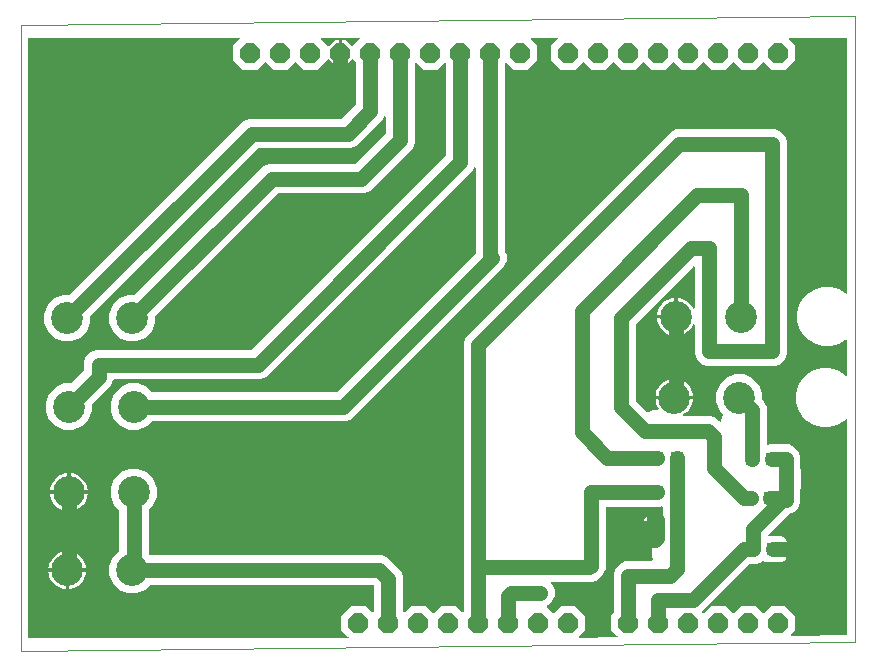
<source format=gbr>
G04 EAGLE Gerber RS-274X export*
G75*
%MOMM*%
%FSLAX34Y34*%
%LPD*%
%INBottom Copper*%
%IPPOS*%
%AMOC8*
5,1,8,0,0,1.08239X$1,22.5*%
G01*
%ADD10P,1.814519X8X22.500000*%
%ADD11R,1.000000X1.100000*%
%ADD12R,1.100000X1.000000*%
%ADD13C,2.700000*%
%ADD14C,1.270000*%
%ADD15C,0.000000*%

G36*
X270476Y12092D02*
X270476Y12092D01*
X270548Y12094D01*
X270597Y12112D01*
X270648Y12120D01*
X270712Y12154D01*
X270779Y12179D01*
X270820Y12211D01*
X270866Y12236D01*
X270915Y12288D01*
X270971Y12332D01*
X270999Y12376D01*
X271035Y12414D01*
X271065Y12479D01*
X271104Y12539D01*
X271117Y12590D01*
X271139Y12637D01*
X271146Y12708D01*
X271164Y12778D01*
X271160Y12830D01*
X271166Y12881D01*
X271150Y12952D01*
X271145Y13023D01*
X271125Y13071D01*
X271113Y13122D01*
X271077Y13183D01*
X271049Y13249D01*
X271004Y13305D01*
X270987Y13333D01*
X270969Y13348D01*
X270944Y13380D01*
X264921Y19403D01*
X264921Y31397D01*
X273403Y39879D01*
X285397Y39879D01*
X291054Y34222D01*
X291112Y34180D01*
X291164Y34131D01*
X291211Y34109D01*
X291253Y34079D01*
X291322Y34058D01*
X291387Y34027D01*
X291439Y34022D01*
X291489Y34006D01*
X291560Y34008D01*
X291631Y34000D01*
X291682Y34011D01*
X291734Y34013D01*
X291802Y34037D01*
X291872Y34053D01*
X291917Y34079D01*
X291965Y34097D01*
X292021Y34142D01*
X292083Y34179D01*
X292117Y34218D01*
X292157Y34251D01*
X292196Y34311D01*
X292243Y34366D01*
X292262Y34414D01*
X292290Y34458D01*
X292308Y34527D01*
X292335Y34594D01*
X292343Y34665D01*
X292351Y34696D01*
X292349Y34720D01*
X292353Y34761D01*
X292353Y56642D01*
X292350Y56662D01*
X292352Y56681D01*
X292330Y56783D01*
X292314Y56885D01*
X292304Y56902D01*
X292300Y56922D01*
X292247Y57011D01*
X292198Y57102D01*
X292184Y57116D01*
X292174Y57133D01*
X292095Y57200D01*
X292020Y57272D01*
X292002Y57280D01*
X291987Y57293D01*
X291891Y57332D01*
X291797Y57375D01*
X291777Y57377D01*
X291759Y57385D01*
X291592Y57403D01*
X103603Y57403D01*
X103512Y57389D01*
X103422Y57381D01*
X103392Y57369D01*
X103360Y57364D01*
X103279Y57321D01*
X103195Y57285D01*
X103163Y57259D01*
X103142Y57248D01*
X103120Y57225D01*
X103064Y57180D01*
X99121Y53237D01*
X91918Y50253D01*
X84122Y50253D01*
X76919Y53237D01*
X71407Y58749D01*
X68423Y65952D01*
X68423Y73748D01*
X71407Y80951D01*
X76620Y86164D01*
X76665Y86227D01*
X76692Y86255D01*
X76697Y86266D01*
X76733Y86308D01*
X76745Y86338D01*
X76764Y86364D01*
X76791Y86451D01*
X76825Y86536D01*
X76829Y86577D01*
X76836Y86599D01*
X76835Y86631D01*
X76843Y86703D01*
X76843Y120307D01*
X76829Y120398D01*
X76821Y120488D01*
X76809Y120518D01*
X76804Y120550D01*
X76761Y120631D01*
X76725Y120715D01*
X76699Y120747D01*
X76688Y120768D01*
X76665Y120790D01*
X76620Y120846D01*
X72677Y124789D01*
X69693Y131992D01*
X69693Y139788D01*
X72677Y146991D01*
X78189Y152503D01*
X85392Y155487D01*
X93188Y155487D01*
X100391Y152503D01*
X105903Y146991D01*
X108887Y139788D01*
X108887Y131992D01*
X105903Y124789D01*
X101960Y120846D01*
X101907Y120772D01*
X101847Y120702D01*
X101835Y120672D01*
X101816Y120646D01*
X101789Y120559D01*
X101755Y120474D01*
X101751Y120433D01*
X101744Y120411D01*
X101745Y120379D01*
X101737Y120307D01*
X101737Y84163D01*
X101751Y84072D01*
X101759Y83982D01*
X101771Y83952D01*
X101776Y83920D01*
X101819Y83839D01*
X101855Y83755D01*
X101881Y83723D01*
X101892Y83702D01*
X101915Y83680D01*
X101960Y83624D01*
X103064Y82520D01*
X103138Y82467D01*
X103208Y82407D01*
X103238Y82395D01*
X103264Y82376D01*
X103351Y82349D01*
X103436Y82315D01*
X103477Y82311D01*
X103499Y82304D01*
X103531Y82305D01*
X103603Y82297D01*
X299656Y82297D01*
X304231Y80402D01*
X315352Y69281D01*
X317247Y64706D01*
X317247Y34761D01*
X317258Y34690D01*
X317260Y34618D01*
X317278Y34569D01*
X317286Y34518D01*
X317320Y34454D01*
X317345Y34387D01*
X317377Y34346D01*
X317402Y34300D01*
X317454Y34251D01*
X317498Y34195D01*
X317542Y34167D01*
X317580Y34131D01*
X317645Y34101D01*
X317705Y34062D01*
X317756Y34049D01*
X317803Y34027D01*
X317874Y34020D01*
X317944Y34002D01*
X317996Y34006D01*
X318047Y34000D01*
X318118Y34016D01*
X318189Y34021D01*
X318237Y34041D01*
X318288Y34053D01*
X318349Y34089D01*
X318415Y34117D01*
X318471Y34162D01*
X318499Y34179D01*
X318514Y34197D01*
X318546Y34222D01*
X324203Y39879D01*
X336197Y39879D01*
X342362Y33714D01*
X342378Y33703D01*
X342390Y33687D01*
X342478Y33631D01*
X342561Y33571D01*
X342580Y33565D01*
X342597Y33554D01*
X342698Y33529D01*
X342797Y33498D01*
X342816Y33499D01*
X342836Y33494D01*
X342939Y33502D01*
X343042Y33505D01*
X343061Y33512D01*
X343081Y33513D01*
X343176Y33553D01*
X343273Y33589D01*
X343289Y33602D01*
X343307Y33609D01*
X343438Y33714D01*
X349603Y39879D01*
X361597Y39879D01*
X367254Y34222D01*
X367312Y34180D01*
X367364Y34131D01*
X367411Y34109D01*
X367453Y34079D01*
X367522Y34058D01*
X367587Y34027D01*
X367639Y34022D01*
X367689Y34006D01*
X367760Y34008D01*
X367831Y34000D01*
X367882Y34011D01*
X367934Y34013D01*
X368002Y34037D01*
X368072Y34053D01*
X368117Y34079D01*
X368165Y34097D01*
X368221Y34142D01*
X368283Y34179D01*
X368317Y34218D01*
X368357Y34251D01*
X368396Y34311D01*
X368443Y34366D01*
X368462Y34414D01*
X368490Y34458D01*
X368508Y34527D01*
X368535Y34594D01*
X368543Y34665D01*
X368551Y34696D01*
X368549Y34720D01*
X368553Y34761D01*
X368553Y262826D01*
X370448Y267401D01*
X544129Y441082D01*
X548704Y442977D01*
X632396Y442977D01*
X636971Y441082D01*
X640472Y437581D01*
X642367Y433006D01*
X642367Y252794D01*
X640472Y248219D01*
X636971Y244718D01*
X632396Y242823D01*
X574104Y242823D01*
X569529Y244718D01*
X566028Y248219D01*
X564133Y252794D01*
X564133Y277082D01*
X564118Y277178D01*
X564108Y277275D01*
X564098Y277299D01*
X564094Y277325D01*
X564048Y277411D01*
X564008Y277500D01*
X563991Y277519D01*
X563978Y277542D01*
X563908Y277609D01*
X563842Y277681D01*
X563819Y277694D01*
X563800Y277712D01*
X563712Y277753D01*
X563626Y277800D01*
X563601Y277804D01*
X563577Y277815D01*
X563480Y277826D01*
X563384Y277843D01*
X563358Y277839D01*
X563333Y277842D01*
X563237Y277822D01*
X563141Y277807D01*
X563118Y277796D01*
X563092Y277790D01*
X563008Y277740D01*
X562922Y277696D01*
X562903Y277677D01*
X562881Y277664D01*
X562818Y277590D01*
X562749Y277520D01*
X562734Y277492D01*
X562721Y277477D01*
X562709Y277446D01*
X562669Y277373D01*
X562667Y277370D01*
X561616Y275549D01*
X560336Y273881D01*
X558849Y272394D01*
X557181Y271114D01*
X555360Y270063D01*
X553417Y269258D01*
X551386Y268714D01*
X549773Y268501D01*
X549773Y283718D01*
X549770Y283738D01*
X549772Y283757D01*
X549750Y283859D01*
X549733Y283961D01*
X549724Y283978D01*
X549720Y283998D01*
X549667Y284087D01*
X549618Y284178D01*
X549604Y284192D01*
X549594Y284209D01*
X549515Y284276D01*
X549440Y284347D01*
X549422Y284356D01*
X549407Y284369D01*
X549311Y284407D01*
X549217Y284451D01*
X549197Y284453D01*
X549179Y284461D01*
X549012Y284479D01*
X548249Y284479D01*
X548249Y284481D01*
X549012Y284481D01*
X549032Y284484D01*
X549051Y284482D01*
X549153Y284504D01*
X549255Y284521D01*
X549272Y284530D01*
X549292Y284534D01*
X549381Y284587D01*
X549472Y284636D01*
X549486Y284650D01*
X549503Y284660D01*
X549570Y284739D01*
X549641Y284814D01*
X549650Y284832D01*
X549663Y284847D01*
X549702Y284943D01*
X549745Y285037D01*
X549747Y285057D01*
X549755Y285075D01*
X549773Y285242D01*
X549773Y300459D01*
X551386Y300246D01*
X553417Y299702D01*
X555360Y298897D01*
X557181Y297846D01*
X558849Y296566D01*
X560336Y295079D01*
X561616Y293411D01*
X562667Y291590D01*
X562669Y291587D01*
X562676Y291574D01*
X562692Y291547D01*
X562697Y291541D01*
X562720Y291504D01*
X562766Y291418D01*
X562784Y291400D01*
X562798Y291378D01*
X562873Y291316D01*
X562944Y291248D01*
X562968Y291237D01*
X562988Y291221D01*
X563078Y291186D01*
X563167Y291145D01*
X563193Y291142D01*
X563217Y291133D01*
X563315Y291128D01*
X563411Y291118D01*
X563437Y291123D01*
X563463Y291122D01*
X563556Y291149D01*
X563652Y291170D01*
X563674Y291183D01*
X563699Y291190D01*
X563779Y291246D01*
X563863Y291296D01*
X563880Y291316D01*
X563901Y291331D01*
X563960Y291409D01*
X564023Y291483D01*
X564033Y291507D01*
X564048Y291528D01*
X564078Y291621D01*
X564115Y291711D01*
X564118Y291743D01*
X564124Y291762D01*
X564124Y291795D01*
X564133Y291878D01*
X564133Y326253D01*
X564122Y326324D01*
X564120Y326396D01*
X564102Y326445D01*
X564094Y326496D01*
X564060Y326559D01*
X564035Y326627D01*
X564003Y326667D01*
X563978Y326713D01*
X563926Y326763D01*
X563882Y326819D01*
X563838Y326847D01*
X563800Y326883D01*
X563735Y326913D01*
X563675Y326952D01*
X563624Y326964D01*
X563577Y326986D01*
X563506Y326994D01*
X563436Y327012D01*
X563384Y327008D01*
X563333Y327013D01*
X563262Y326998D01*
X563191Y326993D01*
X563143Y326972D01*
X563092Y326961D01*
X563031Y326924D01*
X562965Y326896D01*
X562909Y326851D01*
X562881Y326835D01*
X562866Y326817D01*
X562834Y326791D01*
X514320Y278277D01*
X514275Y278215D01*
X514246Y278185D01*
X514241Y278174D01*
X514207Y278134D01*
X514195Y278104D01*
X514176Y278078D01*
X514149Y277991D01*
X514115Y277906D01*
X514111Y277865D01*
X514104Y277843D01*
X514105Y277810D01*
X514097Y277739D01*
X514097Y213751D01*
X514111Y213661D01*
X514119Y213570D01*
X514131Y213540D01*
X514136Y213508D01*
X514179Y213428D01*
X514215Y213344D01*
X514241Y213312D01*
X514252Y213291D01*
X514275Y213269D01*
X514320Y213213D01*
X523757Y203775D01*
X523773Y203764D01*
X523786Y203748D01*
X523873Y203692D01*
X523957Y203632D01*
X523976Y203626D01*
X523993Y203615D01*
X524093Y203590D01*
X524192Y203559D01*
X524212Y203560D01*
X524231Y203555D01*
X524334Y203563D01*
X524438Y203566D01*
X524457Y203572D01*
X524476Y203574D01*
X524572Y203614D01*
X524669Y203650D01*
X524684Y203663D01*
X524703Y203670D01*
X524834Y203775D01*
X525175Y204117D01*
X529096Y205741D01*
X533013Y205741D01*
X533035Y205744D01*
X533057Y205742D01*
X533156Y205764D01*
X533256Y205780D01*
X533275Y205791D01*
X533297Y205796D01*
X533384Y205848D01*
X533473Y205896D01*
X533488Y205912D01*
X533507Y205923D01*
X533573Y206000D01*
X533642Y206074D01*
X533652Y206094D01*
X533666Y206111D01*
X533703Y206205D01*
X533746Y206297D01*
X533748Y206319D01*
X533757Y206339D01*
X533762Y206441D01*
X533773Y206541D01*
X533768Y206563D01*
X533770Y206585D01*
X533742Y206682D01*
X533721Y206782D01*
X533710Y206801D01*
X533704Y206822D01*
X533617Y206966D01*
X533614Y206969D01*
X532563Y208790D01*
X531758Y210733D01*
X531214Y212764D01*
X531001Y214377D01*
X546218Y214377D01*
X546238Y214380D01*
X546257Y214378D01*
X546359Y214400D01*
X546461Y214417D01*
X546478Y214426D01*
X546498Y214430D01*
X546587Y214483D01*
X546678Y214532D01*
X546692Y214546D01*
X546709Y214556D01*
X546776Y214635D01*
X546847Y214710D01*
X546856Y214728D01*
X546869Y214743D01*
X546907Y214839D01*
X546951Y214933D01*
X546953Y214953D01*
X546961Y214971D01*
X546979Y215138D01*
X546979Y215901D01*
X546981Y215901D01*
X546981Y215138D01*
X546984Y215118D01*
X546982Y215099D01*
X547004Y214997D01*
X547021Y214895D01*
X547030Y214878D01*
X547034Y214858D01*
X547087Y214769D01*
X547136Y214678D01*
X547150Y214664D01*
X547160Y214647D01*
X547239Y214580D01*
X547314Y214509D01*
X547332Y214500D01*
X547347Y214487D01*
X547443Y214448D01*
X547537Y214405D01*
X547557Y214403D01*
X547575Y214395D01*
X547742Y214377D01*
X562959Y214377D01*
X562746Y212764D01*
X562202Y210733D01*
X561397Y208790D01*
X560346Y206969D01*
X559066Y205301D01*
X557579Y203814D01*
X555911Y202534D01*
X554687Y201827D01*
X554650Y201797D01*
X554607Y201774D01*
X554555Y201720D01*
X554496Y201671D01*
X554471Y201631D01*
X554438Y201596D01*
X554406Y201527D01*
X554366Y201463D01*
X554354Y201416D01*
X554334Y201373D01*
X554326Y201298D01*
X554308Y201224D01*
X554312Y201176D01*
X554307Y201129D01*
X554323Y201054D01*
X554330Y200979D01*
X554349Y200935D01*
X554359Y200888D01*
X554398Y200823D01*
X554429Y200754D01*
X554461Y200718D01*
X554486Y200677D01*
X554543Y200628D01*
X554594Y200572D01*
X554636Y200548D01*
X554672Y200517D01*
X554743Y200489D01*
X554809Y200452D01*
X554856Y200443D01*
X554901Y200425D01*
X555029Y200411D01*
X555051Y200407D01*
X555057Y200408D01*
X555067Y200407D01*
X577786Y200407D01*
X582361Y198512D01*
X585070Y195802D01*
X585151Y195744D01*
X585228Y195681D01*
X585250Y195673D01*
X585270Y195659D01*
X585365Y195630D01*
X585458Y195594D01*
X585482Y195593D01*
X585505Y195586D01*
X585604Y195589D01*
X585704Y195585D01*
X585727Y195592D01*
X585751Y195593D01*
X585844Y195627D01*
X585940Y195655D01*
X585959Y195669D01*
X585982Y195677D01*
X586059Y195739D01*
X586141Y195797D01*
X586155Y195816D01*
X586174Y195831D01*
X586228Y195915D01*
X586286Y195995D01*
X586297Y196023D01*
X586307Y196038D01*
X586315Y196070D01*
X586346Y196152D01*
X587037Y198851D01*
X588475Y200767D01*
X588516Y200846D01*
X588564Y200921D01*
X588572Y200955D01*
X588588Y200985D01*
X588602Y201073D01*
X588624Y201160D01*
X588621Y201194D01*
X588627Y201228D01*
X588612Y201316D01*
X588605Y201405D01*
X588591Y201437D01*
X588586Y201471D01*
X588544Y201549D01*
X588509Y201631D01*
X588481Y201666D01*
X588469Y201687D01*
X588446Y201709D01*
X588404Y201762D01*
X585367Y204799D01*
X582383Y212002D01*
X582383Y219798D01*
X585367Y227001D01*
X590879Y232513D01*
X598082Y235497D01*
X605878Y235497D01*
X613081Y232513D01*
X618593Y227001D01*
X621577Y219798D01*
X621577Y214221D01*
X621591Y214131D01*
X621599Y214040D01*
X621611Y214010D01*
X621616Y213978D01*
X621659Y213898D01*
X621695Y213814D01*
X621721Y213782D01*
X621732Y213761D01*
X621755Y213739D01*
X621800Y213683D01*
X623082Y212401D01*
X624977Y207826D01*
X624977Y176555D01*
X624984Y176510D01*
X624982Y176464D01*
X625004Y176389D01*
X625016Y176313D01*
X625038Y176272D01*
X625051Y176228D01*
X625095Y176164D01*
X625132Y176095D01*
X625165Y176064D01*
X625191Y176026D01*
X625253Y175980D01*
X625310Y175926D01*
X625352Y175907D01*
X625388Y175879D01*
X625462Y175855D01*
X625533Y175822D01*
X625579Y175817D01*
X625622Y175803D01*
X625700Y175804D01*
X625777Y175795D01*
X625822Y175805D01*
X625868Y175805D01*
X625999Y175844D01*
X626018Y175848D01*
X626022Y175850D01*
X626029Y175852D01*
X627054Y176277D01*
X643626Y176277D01*
X648201Y174382D01*
X651702Y170881D01*
X653597Y166306D01*
X653597Y156081D01*
X653607Y156017D01*
X653608Y155951D01*
X653631Y155871D01*
X653636Y155838D01*
X653646Y155821D01*
X653655Y155790D01*
X653864Y155284D01*
X653864Y139356D01*
X653655Y138850D01*
X653640Y138786D01*
X653615Y138725D01*
X653606Y138643D01*
X653599Y138611D01*
X653600Y138591D01*
X653597Y138559D01*
X653597Y127064D01*
X651702Y122489D01*
X648201Y118988D01*
X644004Y117250D01*
X643949Y117215D01*
X643888Y117190D01*
X643824Y117138D01*
X643795Y117121D01*
X643783Y117105D01*
X643757Y117085D01*
X626699Y100026D01*
X626657Y99968D01*
X626607Y99916D01*
X626585Y99869D01*
X626555Y99827D01*
X626534Y99758D01*
X626504Y99693D01*
X626498Y99641D01*
X626483Y99591D01*
X626485Y99520D01*
X626477Y99449D01*
X626488Y99398D01*
X626489Y99346D01*
X626514Y99278D01*
X626529Y99208D01*
X626556Y99164D01*
X626574Y99115D01*
X626618Y99059D01*
X626655Y98997D01*
X626695Y98963D01*
X626727Y98923D01*
X626788Y98884D01*
X626842Y98837D01*
X626890Y98818D01*
X626934Y98790D01*
X627004Y98772D01*
X627070Y98745D01*
X627142Y98737D01*
X627173Y98729D01*
X627196Y98731D01*
X627237Y98727D01*
X637513Y98727D01*
X639754Y97799D01*
X641469Y96084D01*
X642397Y93843D01*
X642397Y81417D01*
X641469Y79176D01*
X639754Y77461D01*
X637513Y76533D01*
X624087Y76533D01*
X621883Y77446D01*
X621769Y77473D01*
X621656Y77501D01*
X621650Y77501D01*
X621644Y77502D01*
X621527Y77491D01*
X621411Y77482D01*
X621405Y77480D01*
X621399Y77479D01*
X621292Y77432D01*
X621185Y77386D01*
X621179Y77381D01*
X621174Y77379D01*
X621160Y77367D01*
X621054Y77281D01*
X620851Y77078D01*
X616276Y75183D01*
X611261Y75183D01*
X611171Y75169D01*
X611080Y75161D01*
X611050Y75149D01*
X611018Y75144D01*
X610937Y75101D01*
X610854Y75065D01*
X610821Y75039D01*
X610801Y75028D01*
X610779Y75005D01*
X610723Y74960D01*
X573269Y37507D01*
X573269Y37506D01*
X570757Y34995D01*
X570746Y34979D01*
X570730Y34966D01*
X570674Y34879D01*
X570614Y34795D01*
X570608Y34776D01*
X570597Y34760D01*
X570572Y34659D01*
X570542Y34560D01*
X570542Y34540D01*
X570537Y34521D01*
X570545Y34418D01*
X570548Y34314D01*
X570555Y34296D01*
X570556Y34276D01*
X570597Y34181D01*
X570632Y34083D01*
X570645Y34068D01*
X570653Y34050D01*
X570757Y33919D01*
X570962Y33714D01*
X570978Y33703D01*
X570990Y33687D01*
X571078Y33631D01*
X571161Y33571D01*
X571180Y33565D01*
X571197Y33554D01*
X571298Y33529D01*
X571397Y33498D01*
X571416Y33499D01*
X571436Y33494D01*
X571539Y33502D01*
X571642Y33505D01*
X571661Y33512D01*
X571681Y33513D01*
X571776Y33553D01*
X571873Y33589D01*
X571889Y33602D01*
X571907Y33609D01*
X572038Y33714D01*
X578203Y39879D01*
X590197Y39879D01*
X596362Y33714D01*
X596378Y33703D01*
X596390Y33687D01*
X596478Y33631D01*
X596561Y33571D01*
X596580Y33565D01*
X596597Y33554D01*
X596698Y33529D01*
X596797Y33498D01*
X596816Y33499D01*
X596836Y33494D01*
X596939Y33502D01*
X597042Y33505D01*
X597061Y33512D01*
X597081Y33513D01*
X597176Y33554D01*
X597273Y33589D01*
X597289Y33602D01*
X597307Y33609D01*
X597438Y33714D01*
X603603Y39879D01*
X615597Y39879D01*
X621762Y33714D01*
X621778Y33703D01*
X621790Y33687D01*
X621878Y33631D01*
X621961Y33571D01*
X621980Y33565D01*
X621997Y33554D01*
X622098Y33529D01*
X622197Y33498D01*
X622216Y33499D01*
X622236Y33494D01*
X622339Y33502D01*
X622442Y33505D01*
X622461Y33512D01*
X622481Y33513D01*
X622576Y33554D01*
X622673Y33589D01*
X622689Y33602D01*
X622707Y33609D01*
X622838Y33714D01*
X629003Y39879D01*
X640997Y39879D01*
X649479Y31397D01*
X649479Y19403D01*
X645788Y15712D01*
X645744Y15650D01*
X645692Y15595D01*
X645672Y15551D01*
X645644Y15512D01*
X645622Y15440D01*
X645591Y15371D01*
X645586Y15323D01*
X645572Y15277D01*
X645574Y15201D01*
X645566Y15126D01*
X645577Y15079D01*
X645578Y15031D01*
X645604Y14960D01*
X645621Y14886D01*
X645646Y14845D01*
X645663Y14800D01*
X645710Y14741D01*
X645750Y14676D01*
X645787Y14646D01*
X645817Y14608D01*
X645880Y14567D01*
X645938Y14519D01*
X645983Y14501D01*
X646023Y14475D01*
X646097Y14457D01*
X646168Y14429D01*
X646232Y14423D01*
X646262Y14415D01*
X646288Y14417D01*
X646334Y14412D01*
X692720Y14913D01*
X692736Y14916D01*
X692751Y14914D01*
X692857Y14937D01*
X692963Y14955D01*
X692976Y14963D01*
X692992Y14966D01*
X693084Y15022D01*
X693179Y15073D01*
X693189Y15084D01*
X693203Y15093D01*
X693273Y15174D01*
X693346Y15253D01*
X693353Y15267D01*
X693363Y15279D01*
X693403Y15380D01*
X693447Y15477D01*
X693449Y15493D01*
X693455Y15508D01*
X693473Y15674D01*
X693473Y196973D01*
X693462Y197044D01*
X693460Y197115D01*
X693442Y197164D01*
X693434Y197216D01*
X693400Y197279D01*
X693375Y197346D01*
X693343Y197387D01*
X693318Y197433D01*
X693266Y197482D01*
X693222Y197538D01*
X693178Y197566D01*
X693140Y197602D01*
X693075Y197632D01*
X693015Y197671D01*
X692964Y197684D01*
X692917Y197706D01*
X692846Y197714D01*
X692776Y197731D01*
X692724Y197727D01*
X692673Y197733D01*
X692602Y197718D01*
X692531Y197712D01*
X692483Y197692D01*
X692432Y197681D01*
X692371Y197644D01*
X692305Y197616D01*
X692249Y197571D01*
X692221Y197555D01*
X692206Y197537D01*
X692174Y197511D01*
X690429Y195766D01*
X684692Y192454D01*
X678292Y190739D01*
X671668Y190739D01*
X665268Y192454D01*
X659531Y195766D01*
X654846Y200451D01*
X651534Y206188D01*
X649819Y212588D01*
X649819Y219212D01*
X651534Y225612D01*
X654846Y231349D01*
X659531Y236034D01*
X665268Y239346D01*
X671668Y241061D01*
X678292Y241061D01*
X684692Y239346D01*
X690429Y236034D01*
X692174Y234289D01*
X692232Y234247D01*
X692284Y234198D01*
X692331Y234176D01*
X692373Y234145D01*
X692442Y234124D01*
X692507Y234094D01*
X692559Y234088D01*
X692609Y234073D01*
X692680Y234075D01*
X692751Y234067D01*
X692802Y234078D01*
X692854Y234079D01*
X692922Y234104D01*
X692992Y234119D01*
X693037Y234146D01*
X693085Y234164D01*
X693141Y234209D01*
X693203Y234245D01*
X693237Y234285D01*
X693277Y234318D01*
X693316Y234378D01*
X693363Y234432D01*
X693382Y234481D01*
X693410Y234524D01*
X693428Y234594D01*
X693455Y234660D01*
X693463Y234732D01*
X693471Y234763D01*
X693469Y234786D01*
X693473Y234827D01*
X693473Y264283D01*
X693462Y264354D01*
X693460Y264425D01*
X693442Y264474D01*
X693434Y264526D01*
X693400Y264589D01*
X693375Y264656D01*
X693343Y264697D01*
X693318Y264743D01*
X693266Y264792D01*
X693222Y264848D01*
X693178Y264876D01*
X693140Y264912D01*
X693075Y264943D01*
X693015Y264981D01*
X692964Y264994D01*
X692917Y265016D01*
X692846Y265024D01*
X692776Y265041D01*
X692724Y265037D01*
X692673Y265043D01*
X692602Y265028D01*
X692531Y265022D01*
X692483Y265002D01*
X692432Y264991D01*
X692371Y264954D01*
X692305Y264926D01*
X692249Y264881D01*
X692221Y264865D01*
X692206Y264847D01*
X692174Y264821D01*
X691699Y264346D01*
X685962Y261034D01*
X679562Y259319D01*
X672938Y259319D01*
X666538Y261034D01*
X660801Y264346D01*
X656116Y269031D01*
X652804Y274768D01*
X651089Y281168D01*
X651089Y287792D01*
X652804Y294192D01*
X656116Y299929D01*
X660801Y304614D01*
X666538Y307926D01*
X672938Y309641D01*
X679562Y309641D01*
X685962Y307926D01*
X691699Y304614D01*
X692174Y304139D01*
X692232Y304097D01*
X692284Y304048D01*
X692331Y304026D01*
X692373Y303995D01*
X692442Y303974D01*
X692507Y303944D01*
X692559Y303938D01*
X692609Y303923D01*
X692680Y303925D01*
X692751Y303917D01*
X692802Y303928D01*
X692854Y303929D01*
X692922Y303954D01*
X692992Y303969D01*
X693037Y303996D01*
X693085Y304014D01*
X693141Y304059D01*
X693203Y304095D01*
X693237Y304135D01*
X693277Y304168D01*
X693316Y304228D01*
X693363Y304282D01*
X693382Y304331D01*
X693410Y304374D01*
X693428Y304444D01*
X693455Y304510D01*
X693463Y304582D01*
X693471Y304613D01*
X693469Y304636D01*
X693473Y304677D01*
X693473Y519798D01*
X693470Y519818D01*
X693472Y519837D01*
X693450Y519939D01*
X693434Y520041D01*
X693424Y520058D01*
X693420Y520078D01*
X693367Y520167D01*
X693318Y520258D01*
X693304Y520272D01*
X693294Y520289D01*
X693215Y520356D01*
X693140Y520428D01*
X693122Y520436D01*
X693107Y520449D01*
X693011Y520488D01*
X692917Y520531D01*
X692897Y520533D01*
X692879Y520541D01*
X692712Y520559D01*
X644755Y520559D01*
X644684Y520548D01*
X644612Y520546D01*
X644563Y520528D01*
X644512Y520520D01*
X644448Y520486D01*
X644381Y520461D01*
X644340Y520429D01*
X644294Y520404D01*
X644245Y520352D01*
X644189Y520308D01*
X644161Y520264D01*
X644125Y520226D01*
X644095Y520161D01*
X644056Y520101D01*
X644043Y520050D01*
X644021Y520003D01*
X644014Y519932D01*
X643996Y519862D01*
X644000Y519810D01*
X643994Y519759D01*
X644010Y519688D01*
X644015Y519617D01*
X644035Y519569D01*
X644047Y519518D01*
X644083Y519457D01*
X644111Y519391D01*
X644156Y519335D01*
X644173Y519307D01*
X644191Y519292D01*
X644216Y519260D01*
X649479Y513997D01*
X649479Y502003D01*
X640997Y493521D01*
X629003Y493521D01*
X622838Y499686D01*
X622822Y499697D01*
X622810Y499713D01*
X622722Y499769D01*
X622639Y499829D01*
X622620Y499835D01*
X622603Y499846D01*
X622502Y499871D01*
X622403Y499902D01*
X622384Y499901D01*
X622364Y499906D01*
X622261Y499898D01*
X622158Y499895D01*
X622139Y499888D01*
X622119Y499887D01*
X622024Y499847D01*
X621927Y499811D01*
X621911Y499798D01*
X621893Y499791D01*
X621762Y499686D01*
X615597Y493521D01*
X603603Y493521D01*
X597438Y499686D01*
X597422Y499697D01*
X597410Y499713D01*
X597322Y499769D01*
X597239Y499829D01*
X597220Y499835D01*
X597203Y499846D01*
X597102Y499871D01*
X597003Y499902D01*
X596984Y499901D01*
X596964Y499906D01*
X596861Y499898D01*
X596758Y499895D01*
X596739Y499888D01*
X596719Y499887D01*
X596624Y499847D01*
X596527Y499811D01*
X596511Y499798D01*
X596493Y499791D01*
X596362Y499686D01*
X590197Y493521D01*
X578203Y493521D01*
X572038Y499686D01*
X572022Y499697D01*
X572010Y499713D01*
X571922Y499769D01*
X571839Y499829D01*
X571820Y499835D01*
X571803Y499846D01*
X571702Y499871D01*
X571603Y499902D01*
X571584Y499901D01*
X571564Y499906D01*
X571461Y499898D01*
X571358Y499895D01*
X571339Y499888D01*
X571319Y499887D01*
X571224Y499847D01*
X571127Y499811D01*
X571111Y499798D01*
X571093Y499791D01*
X570962Y499686D01*
X564797Y493521D01*
X552803Y493521D01*
X546638Y499686D01*
X546622Y499697D01*
X546610Y499713D01*
X546522Y499769D01*
X546439Y499829D01*
X546420Y499835D01*
X546403Y499846D01*
X546302Y499871D01*
X546203Y499902D01*
X546184Y499901D01*
X546164Y499906D01*
X546061Y499898D01*
X545958Y499895D01*
X545939Y499888D01*
X545919Y499887D01*
X545824Y499847D01*
X545727Y499811D01*
X545711Y499798D01*
X545693Y499791D01*
X545562Y499686D01*
X539397Y493521D01*
X527403Y493521D01*
X521238Y499686D01*
X521222Y499697D01*
X521210Y499713D01*
X521122Y499769D01*
X521039Y499829D01*
X521020Y499835D01*
X521003Y499846D01*
X520902Y499871D01*
X520803Y499902D01*
X520784Y499901D01*
X520764Y499906D01*
X520661Y499898D01*
X520558Y499895D01*
X520539Y499888D01*
X520519Y499887D01*
X520424Y499846D01*
X520327Y499811D01*
X520311Y499798D01*
X520293Y499791D01*
X520162Y499686D01*
X513997Y493521D01*
X502003Y493521D01*
X495838Y499686D01*
X495822Y499697D01*
X495810Y499713D01*
X495722Y499769D01*
X495639Y499829D01*
X495620Y499835D01*
X495603Y499846D01*
X495502Y499871D01*
X495403Y499902D01*
X495384Y499901D01*
X495364Y499906D01*
X495261Y499898D01*
X495158Y499895D01*
X495139Y499888D01*
X495119Y499887D01*
X495024Y499846D01*
X494927Y499811D01*
X494911Y499798D01*
X494893Y499791D01*
X494762Y499686D01*
X488597Y493521D01*
X476603Y493521D01*
X470438Y499686D01*
X470422Y499697D01*
X470410Y499713D01*
X470322Y499769D01*
X470239Y499829D01*
X470220Y499835D01*
X470203Y499846D01*
X470102Y499871D01*
X470003Y499902D01*
X469984Y499901D01*
X469964Y499906D01*
X469861Y499898D01*
X469758Y499895D01*
X469739Y499888D01*
X469719Y499887D01*
X469624Y499846D01*
X469527Y499811D01*
X469511Y499798D01*
X469493Y499791D01*
X469362Y499686D01*
X463197Y493521D01*
X451203Y493521D01*
X442721Y502003D01*
X442721Y513997D01*
X447984Y519260D01*
X448026Y519318D01*
X448075Y519370D01*
X448097Y519417D01*
X448127Y519459D01*
X448148Y519528D01*
X448179Y519593D01*
X448184Y519645D01*
X448200Y519695D01*
X448198Y519766D01*
X448206Y519837D01*
X448195Y519888D01*
X448193Y519940D01*
X448169Y520008D01*
X448153Y520078D01*
X448127Y520123D01*
X448109Y520171D01*
X448064Y520227D01*
X448027Y520289D01*
X447988Y520323D01*
X447955Y520363D01*
X447895Y520402D01*
X447840Y520449D01*
X447792Y520468D01*
X447748Y520496D01*
X447679Y520514D01*
X447612Y520541D01*
X447541Y520549D01*
X447510Y520557D01*
X447486Y520555D01*
X447445Y520559D01*
X426315Y520559D01*
X426244Y520548D01*
X426172Y520546D01*
X426123Y520528D01*
X426072Y520520D01*
X426008Y520486D01*
X425941Y520461D01*
X425900Y520429D01*
X425854Y520404D01*
X425805Y520352D01*
X425749Y520308D01*
X425721Y520264D01*
X425685Y520226D01*
X425655Y520161D01*
X425616Y520101D01*
X425603Y520050D01*
X425581Y520003D01*
X425574Y519932D01*
X425556Y519862D01*
X425560Y519810D01*
X425554Y519759D01*
X425570Y519688D01*
X425575Y519617D01*
X425595Y519569D01*
X425607Y519518D01*
X425643Y519457D01*
X425671Y519391D01*
X425716Y519335D01*
X425733Y519307D01*
X425751Y519292D01*
X425776Y519260D01*
X431039Y513997D01*
X431039Y502003D01*
X422557Y493521D01*
X410563Y493521D01*
X404906Y499178D01*
X404848Y499220D01*
X404796Y499269D01*
X404749Y499291D01*
X404707Y499321D01*
X404638Y499342D01*
X404573Y499373D01*
X404521Y499378D01*
X404471Y499394D01*
X404400Y499392D01*
X404329Y499400D01*
X404278Y499389D01*
X404226Y499387D01*
X404158Y499363D01*
X404088Y499347D01*
X404043Y499321D01*
X403995Y499303D01*
X403939Y499258D01*
X403877Y499221D01*
X403843Y499182D01*
X403803Y499149D01*
X403764Y499089D01*
X403717Y499034D01*
X403698Y498986D01*
X403670Y498942D01*
X403652Y498873D01*
X403625Y498806D01*
X403617Y498735D01*
X403609Y498704D01*
X403611Y498680D01*
X403607Y498639D01*
X403607Y339703D01*
X403617Y339639D01*
X403618Y339573D01*
X403641Y339493D01*
X403646Y339461D01*
X403656Y339443D01*
X403665Y339412D01*
X404877Y336486D01*
X404877Y331534D01*
X402982Y326959D01*
X273751Y197728D01*
X269176Y195833D01*
X104873Y195833D01*
X104782Y195819D01*
X104692Y195811D01*
X104662Y195799D01*
X104630Y195794D01*
X104549Y195751D01*
X104465Y195715D01*
X104433Y195689D01*
X104412Y195678D01*
X104390Y195655D01*
X104334Y195610D01*
X100391Y191667D01*
X93188Y188683D01*
X85392Y188683D01*
X78189Y191667D01*
X72677Y197179D01*
X69693Y204382D01*
X69693Y212178D01*
X72677Y219381D01*
X78189Y224893D01*
X85392Y227877D01*
X93188Y227877D01*
X100391Y224893D01*
X104334Y220950D01*
X104408Y220897D01*
X104478Y220837D01*
X104508Y220825D01*
X104534Y220806D01*
X104621Y220779D01*
X104706Y220745D01*
X104747Y220741D01*
X104769Y220734D01*
X104801Y220735D01*
X104873Y220727D01*
X261229Y220727D01*
X261319Y220741D01*
X261410Y220749D01*
X261440Y220761D01*
X261472Y220766D01*
X261552Y220809D01*
X261636Y220845D01*
X261668Y220871D01*
X261689Y220882D01*
X261711Y220905D01*
X261767Y220950D01*
X378490Y337673D01*
X378543Y337747D01*
X378603Y337816D01*
X378615Y337846D01*
X378634Y337872D01*
X378661Y337959D01*
X378695Y338044D01*
X378699Y338085D01*
X378706Y338107D01*
X378705Y338140D01*
X378713Y338211D01*
X378713Y410210D01*
X378698Y410306D01*
X378688Y410403D01*
X378678Y410427D01*
X378674Y410453D01*
X378628Y410539D01*
X378588Y410628D01*
X378571Y410647D01*
X378558Y410670D01*
X378488Y410737D01*
X378422Y410809D01*
X378399Y410821D01*
X378380Y410840D01*
X378292Y410881D01*
X378206Y410927D01*
X378181Y410932D01*
X378157Y410943D01*
X378060Y410954D01*
X377964Y410971D01*
X377938Y410967D01*
X377913Y410970D01*
X377817Y410950D01*
X377721Y410935D01*
X377698Y410924D01*
X377672Y410918D01*
X377589Y410868D01*
X377502Y410824D01*
X377483Y410805D01*
X377461Y410792D01*
X377398Y410718D01*
X377330Y410648D01*
X377314Y410620D01*
X377301Y410605D01*
X377289Y410574D01*
X377249Y410501D01*
X376312Y408239D01*
X201361Y233288D01*
X196786Y231393D01*
X72724Y231393D01*
X72609Y231374D01*
X72493Y231357D01*
X72487Y231355D01*
X72481Y231354D01*
X72378Y231299D01*
X72274Y231246D01*
X72269Y231241D01*
X72264Y231238D01*
X72184Y231154D01*
X72101Y231070D01*
X72098Y231064D01*
X72094Y231060D01*
X72086Y231043D01*
X72020Y230923D01*
X70242Y226629D01*
X66633Y223021D01*
X54110Y210497D01*
X54057Y210423D01*
X53997Y210354D01*
X53985Y210324D01*
X53966Y210298D01*
X53939Y210211D01*
X53905Y210126D01*
X53901Y210085D01*
X53894Y210063D01*
X53895Y210030D01*
X53887Y209959D01*
X53887Y204382D01*
X50903Y197179D01*
X45391Y191667D01*
X38188Y188683D01*
X30392Y188683D01*
X23189Y191667D01*
X17677Y197179D01*
X14693Y204382D01*
X14693Y212178D01*
X17677Y219381D01*
X23189Y224893D01*
X30392Y227877D01*
X35969Y227877D01*
X36059Y227891D01*
X36150Y227899D01*
X36180Y227911D01*
X36212Y227916D01*
X36293Y227959D01*
X36376Y227995D01*
X36409Y228021D01*
X36429Y228032D01*
X36451Y228055D01*
X36507Y228100D01*
X47020Y238613D01*
X47073Y238687D01*
X47133Y238756D01*
X47145Y238786D01*
X47164Y238812D01*
X47191Y238899D01*
X47225Y238984D01*
X47229Y239025D01*
X47236Y239047D01*
X47235Y239080D01*
X47243Y239151D01*
X47243Y246316D01*
X49138Y250891D01*
X52639Y254392D01*
X57214Y256287D01*
X188839Y256287D01*
X188929Y256301D01*
X189020Y256309D01*
X189050Y256321D01*
X189082Y256326D01*
X189162Y256369D01*
X189246Y256405D01*
X189278Y256431D01*
X189299Y256442D01*
X189321Y256465D01*
X189377Y256510D01*
X353090Y420223D01*
X353143Y420297D01*
X353203Y420366D01*
X353215Y420396D01*
X353234Y420422D01*
X353261Y420509D01*
X353295Y420594D01*
X353299Y420635D01*
X353306Y420657D01*
X353305Y420690D01*
X353313Y420761D01*
X353313Y498639D01*
X353302Y498710D01*
X353300Y498782D01*
X353282Y498831D01*
X353274Y498882D01*
X353240Y498946D01*
X353215Y499013D01*
X353183Y499054D01*
X353158Y499100D01*
X353106Y499149D01*
X353062Y499205D01*
X353018Y499233D01*
X352980Y499269D01*
X352915Y499299D01*
X352855Y499338D01*
X352804Y499351D01*
X352757Y499373D01*
X352686Y499380D01*
X352616Y499398D01*
X352564Y499394D01*
X352513Y499400D01*
X352442Y499384D01*
X352371Y499379D01*
X352323Y499359D01*
X352272Y499347D01*
X352211Y499311D01*
X352145Y499283D01*
X352089Y499238D01*
X352061Y499221D01*
X352046Y499203D01*
X352014Y499178D01*
X346357Y493521D01*
X334363Y493521D01*
X328706Y499178D01*
X328648Y499220D01*
X328596Y499269D01*
X328549Y499291D01*
X328507Y499321D01*
X328438Y499342D01*
X328373Y499373D01*
X328321Y499378D01*
X328271Y499394D01*
X328200Y499392D01*
X328129Y499400D01*
X328078Y499389D01*
X328026Y499387D01*
X327958Y499363D01*
X327888Y499347D01*
X327843Y499321D01*
X327795Y499303D01*
X327739Y499258D01*
X327677Y499221D01*
X327643Y499182D01*
X327603Y499149D01*
X327564Y499089D01*
X327517Y499034D01*
X327498Y498986D01*
X327470Y498942D01*
X327452Y498873D01*
X327425Y498806D01*
X327417Y498735D01*
X327409Y498704D01*
X327411Y498680D01*
X327407Y498639D01*
X327407Y431864D01*
X325512Y427289D01*
X288991Y390768D01*
X284416Y388873D01*
X211601Y388873D01*
X211511Y388859D01*
X211420Y388851D01*
X211390Y388839D01*
X211358Y388834D01*
X211278Y388791D01*
X211194Y388755D01*
X211162Y388729D01*
X211141Y388718D01*
X211119Y388695D01*
X211063Y388650D01*
X107840Y285427D01*
X107787Y285353D01*
X107727Y285284D01*
X107715Y285254D01*
X107696Y285228D01*
X107669Y285141D01*
X107635Y285056D01*
X107631Y285015D01*
X107624Y284993D01*
X107625Y284960D01*
X107617Y284889D01*
X107617Y279312D01*
X104633Y272109D01*
X99121Y266597D01*
X91918Y263613D01*
X84122Y263613D01*
X76919Y266597D01*
X71407Y272109D01*
X68423Y279312D01*
X68423Y287108D01*
X71407Y294311D01*
X76919Y299823D01*
X84122Y302807D01*
X89699Y302807D01*
X89789Y302821D01*
X89880Y302829D01*
X89910Y302841D01*
X89942Y302846D01*
X90023Y302889D01*
X90106Y302925D01*
X90139Y302951D01*
X90159Y302962D01*
X90181Y302985D01*
X90237Y303030D01*
X195471Y408263D01*
X199079Y411872D01*
X203654Y413767D01*
X276469Y413767D01*
X276559Y413781D01*
X276650Y413789D01*
X276680Y413801D01*
X276712Y413806D01*
X276792Y413849D01*
X276876Y413885D01*
X276908Y413911D01*
X276929Y413922D01*
X276951Y413945D01*
X277007Y413990D01*
X302290Y439273D01*
X302343Y439347D01*
X302403Y439416D01*
X302415Y439446D01*
X302434Y439472D01*
X302461Y439559D01*
X302495Y439644D01*
X302499Y439685D01*
X302506Y439707D01*
X302505Y439740D01*
X302513Y439811D01*
X302513Y453390D01*
X302498Y453486D01*
X302488Y453583D01*
X302478Y453607D01*
X302474Y453633D01*
X302428Y453719D01*
X302388Y453808D01*
X302371Y453827D01*
X302358Y453850D01*
X302288Y453917D01*
X302222Y453989D01*
X302199Y454002D01*
X302180Y454020D01*
X302092Y454061D01*
X302006Y454108D01*
X301981Y454112D01*
X301957Y454123D01*
X301860Y454134D01*
X301764Y454151D01*
X301738Y454147D01*
X301713Y454150D01*
X301617Y454130D01*
X301521Y454115D01*
X301498Y454104D01*
X301472Y454098D01*
X301389Y454048D01*
X301302Y454004D01*
X301283Y453985D01*
X301261Y453972D01*
X301198Y453898D01*
X301130Y453828D01*
X301114Y453800D01*
X301101Y453785D01*
X301089Y453754D01*
X301049Y453681D01*
X300112Y451419D01*
X277561Y428868D01*
X272986Y426973D01*
X194701Y426973D01*
X194611Y426959D01*
X194520Y426951D01*
X194490Y426939D01*
X194458Y426934D01*
X194378Y426891D01*
X194294Y426855D01*
X194262Y426829D01*
X194241Y426818D01*
X194231Y426808D01*
X194230Y426807D01*
X194216Y426793D01*
X194163Y426750D01*
X52840Y285427D01*
X52787Y285353D01*
X52727Y285284D01*
X52715Y285254D01*
X52696Y285228D01*
X52669Y285141D01*
X52635Y285056D01*
X52631Y285015D01*
X52624Y284993D01*
X52625Y284960D01*
X52617Y284889D01*
X52617Y279312D01*
X49633Y272109D01*
X44121Y266597D01*
X36918Y263613D01*
X29122Y263613D01*
X21919Y266597D01*
X16407Y272109D01*
X13423Y279312D01*
X13423Y287108D01*
X16407Y294311D01*
X21919Y299823D01*
X29122Y302807D01*
X34699Y302807D01*
X34789Y302821D01*
X34880Y302829D01*
X34910Y302841D01*
X34942Y302846D01*
X35023Y302889D01*
X35106Y302925D01*
X35139Y302951D01*
X35159Y302962D01*
X35181Y302985D01*
X35237Y303030D01*
X178571Y446363D01*
X182179Y449972D01*
X186754Y451867D01*
X265039Y451867D01*
X265129Y451881D01*
X265220Y451889D01*
X265250Y451901D01*
X265282Y451906D01*
X265362Y451949D01*
X265446Y451985D01*
X265478Y452011D01*
X265499Y452022D01*
X265521Y452045D01*
X265577Y452090D01*
X276890Y463403D01*
X276943Y463477D01*
X277003Y463546D01*
X277015Y463576D01*
X277034Y463602D01*
X277061Y463689D01*
X277095Y463774D01*
X277099Y463815D01*
X277106Y463837D01*
X277105Y463870D01*
X277113Y463941D01*
X277113Y499655D01*
X277099Y499745D01*
X277091Y499836D01*
X277079Y499866D01*
X277074Y499898D01*
X277031Y499979D01*
X276995Y500063D01*
X276969Y500095D01*
X276958Y500116D01*
X276935Y500138D01*
X276890Y500194D01*
X274884Y502200D01*
X274868Y502212D01*
X274855Y502227D01*
X274768Y502283D01*
X274684Y502344D01*
X274665Y502350D01*
X274648Y502360D01*
X274548Y502386D01*
X274449Y502416D01*
X274429Y502416D01*
X274410Y502420D01*
X274307Y502412D01*
X274203Y502410D01*
X274184Y502403D01*
X274165Y502401D01*
X274070Y502361D01*
X273972Y502325D01*
X273956Y502313D01*
X273938Y502305D01*
X273807Y502200D01*
X268684Y497077D01*
X265683Y497077D01*
X265683Y507238D01*
X265680Y507258D01*
X265682Y507277D01*
X265660Y507379D01*
X265643Y507481D01*
X265634Y507498D01*
X265630Y507518D01*
X265577Y507607D01*
X265528Y507698D01*
X265514Y507712D01*
X265504Y507729D01*
X265425Y507796D01*
X265350Y507867D01*
X265332Y507876D01*
X265317Y507889D01*
X265221Y507927D01*
X265127Y507971D01*
X265107Y507973D01*
X265089Y507981D01*
X264922Y507999D01*
X263398Y507999D01*
X263378Y507996D01*
X263359Y507998D01*
X263257Y507976D01*
X263155Y507959D01*
X263138Y507950D01*
X263118Y507946D01*
X263029Y507893D01*
X262938Y507844D01*
X262924Y507830D01*
X262907Y507820D01*
X262840Y507741D01*
X262769Y507666D01*
X262760Y507648D01*
X262747Y507633D01*
X262708Y507537D01*
X262665Y507443D01*
X262663Y507423D01*
X262655Y507405D01*
X262637Y507238D01*
X262637Y497077D01*
X259636Y497077D01*
X254513Y502200D01*
X254497Y502212D01*
X254484Y502227D01*
X254397Y502284D01*
X254313Y502344D01*
X254294Y502350D01*
X254277Y502360D01*
X254177Y502386D01*
X254078Y502416D01*
X254058Y502416D01*
X254039Y502420D01*
X253936Y502412D01*
X253832Y502410D01*
X253813Y502403D01*
X253793Y502401D01*
X253699Y502361D01*
X253601Y502325D01*
X253585Y502313D01*
X253567Y502305D01*
X253436Y502200D01*
X244757Y493521D01*
X232763Y493521D01*
X226598Y499686D01*
X226582Y499697D01*
X226570Y499713D01*
X226482Y499769D01*
X226399Y499829D01*
X226380Y499835D01*
X226363Y499846D01*
X226262Y499871D01*
X226163Y499902D01*
X226144Y499901D01*
X226124Y499906D01*
X226021Y499898D01*
X225918Y499895D01*
X225899Y499888D01*
X225879Y499887D01*
X225784Y499846D01*
X225687Y499811D01*
X225671Y499798D01*
X225653Y499791D01*
X225522Y499686D01*
X219357Y493521D01*
X207363Y493521D01*
X201198Y499686D01*
X201182Y499697D01*
X201170Y499713D01*
X201082Y499769D01*
X200999Y499829D01*
X200980Y499835D01*
X200963Y499846D01*
X200862Y499871D01*
X200763Y499902D01*
X200744Y499901D01*
X200724Y499906D01*
X200621Y499898D01*
X200518Y499895D01*
X200499Y499888D01*
X200479Y499887D01*
X200384Y499846D01*
X200287Y499811D01*
X200271Y499798D01*
X200253Y499791D01*
X200122Y499686D01*
X193957Y493521D01*
X181963Y493521D01*
X173481Y502003D01*
X173481Y513997D01*
X178744Y519260D01*
X178786Y519318D01*
X178835Y519370D01*
X178857Y519417D01*
X178887Y519459D01*
X178908Y519528D01*
X178939Y519593D01*
X178944Y519645D01*
X178960Y519695D01*
X178958Y519766D01*
X178966Y519837D01*
X178955Y519888D01*
X178953Y519940D01*
X178929Y520008D01*
X178913Y520078D01*
X178887Y520123D01*
X178869Y520171D01*
X178824Y520227D01*
X178787Y520289D01*
X178748Y520323D01*
X178715Y520363D01*
X178655Y520402D01*
X178600Y520449D01*
X178552Y520468D01*
X178508Y520496D01*
X178439Y520514D01*
X178372Y520541D01*
X178301Y520549D01*
X178270Y520557D01*
X178246Y520555D01*
X178205Y520559D01*
X508Y520559D01*
X488Y520556D01*
X469Y520558D01*
X367Y520536D01*
X265Y520520D01*
X248Y520510D01*
X228Y520506D01*
X139Y520453D01*
X48Y520404D01*
X34Y520390D01*
X17Y520380D01*
X-50Y520301D01*
X-122Y520226D01*
X-130Y520208D01*
X-143Y520193D01*
X-182Y520097D01*
X-225Y520003D01*
X-227Y519983D01*
X-235Y519965D01*
X-253Y519798D01*
X-253Y12842D01*
X-250Y12822D01*
X-252Y12803D01*
X-230Y12701D01*
X-214Y12599D01*
X-204Y12582D01*
X-200Y12562D01*
X-147Y12473D01*
X-98Y12382D01*
X-84Y12368D01*
X-74Y12351D01*
X5Y12284D01*
X80Y12212D01*
X98Y12204D01*
X113Y12191D01*
X209Y12152D01*
X303Y12109D01*
X323Y12107D01*
X341Y12099D01*
X508Y12081D01*
X270405Y12081D01*
X270476Y12092D01*
G37*
G36*
X498280Y12814D02*
X498280Y12814D01*
X498347Y12826D01*
X498414Y12828D01*
X498467Y12847D01*
X498522Y12857D01*
X498582Y12889D01*
X498645Y12912D01*
X498689Y12947D01*
X498739Y12974D01*
X498785Y13024D01*
X498837Y13066D01*
X498868Y13113D01*
X498906Y13154D01*
X498934Y13216D01*
X498970Y13273D01*
X498984Y13327D01*
X499007Y13378D01*
X499014Y13446D01*
X499030Y13511D01*
X499026Y13567D01*
X499032Y13623D01*
X499017Y13689D01*
X499011Y13756D01*
X498989Y13808D01*
X498977Y13863D01*
X498941Y13921D01*
X498915Y13983D01*
X498866Y14045D01*
X498848Y14073D01*
X498832Y14086D01*
X498826Y14094D01*
X498810Y14114D01*
X493521Y19403D01*
X493521Y31397D01*
X495330Y33206D01*
X495383Y33280D01*
X495443Y33350D01*
X495455Y33380D01*
X495474Y33406D01*
X495501Y33493D01*
X495535Y33578D01*
X495539Y33619D01*
X495546Y33641D01*
X495545Y33673D01*
X495553Y33745D01*
X495553Y67246D01*
X497448Y71821D01*
X500949Y75322D01*
X505524Y77217D01*
X527353Y77217D01*
X527468Y77236D01*
X527584Y77253D01*
X527590Y77255D01*
X527596Y77256D01*
X527698Y77311D01*
X527803Y77364D01*
X527808Y77369D01*
X527813Y77372D01*
X527893Y77456D01*
X527976Y77540D01*
X527979Y77546D01*
X527983Y77550D01*
X527990Y77567D01*
X528056Y77687D01*
X528683Y79200D01*
X528705Y79293D01*
X528734Y79385D01*
X528733Y79412D01*
X528739Y79439D01*
X528730Y79535D01*
X528728Y79630D01*
X528718Y79664D01*
X528716Y79684D01*
X528703Y79714D01*
X528680Y79791D01*
X528004Y81367D01*
X528004Y86904D01*
X530073Y91899D01*
X531188Y93014D01*
X531230Y93072D01*
X531279Y93124D01*
X531301Y93171D01*
X531331Y93213D01*
X531352Y93282D01*
X531383Y93347D01*
X531388Y93399D01*
X531404Y93449D01*
X531402Y93520D01*
X531410Y93591D01*
X531399Y93642D01*
X531397Y93694D01*
X531373Y93762D01*
X531357Y93832D01*
X531331Y93877D01*
X531313Y93925D01*
X531268Y93981D01*
X531231Y94043D01*
X531192Y94077D01*
X531159Y94117D01*
X531099Y94156D01*
X531044Y94203D01*
X530996Y94222D01*
X530952Y94250D01*
X530883Y94268D01*
X530816Y94295D01*
X530745Y94303D01*
X530714Y94311D01*
X530690Y94309D01*
X530649Y94313D01*
X525807Y94313D01*
X523566Y95241D01*
X521851Y96956D01*
X520923Y99197D01*
X520923Y111623D01*
X521851Y113864D01*
X523566Y115579D01*
X525807Y116507D01*
X536312Y116507D01*
X536332Y116510D01*
X536351Y116508D01*
X536453Y116530D01*
X536555Y116546D01*
X536572Y116556D01*
X536592Y116560D01*
X536681Y116613D01*
X536772Y116662D01*
X536786Y116676D01*
X536803Y116686D01*
X536870Y116765D01*
X536942Y116840D01*
X536950Y116858D01*
X536963Y116873D01*
X537002Y116969D01*
X537045Y117063D01*
X537047Y117083D01*
X537055Y117101D01*
X537073Y117268D01*
X537073Y123165D01*
X537066Y123210D01*
X537068Y123256D01*
X537046Y123331D01*
X537034Y123407D01*
X537012Y123448D01*
X536999Y123492D01*
X536955Y123556D01*
X536918Y123625D01*
X536885Y123656D01*
X536859Y123694D01*
X536797Y123740D01*
X536740Y123794D01*
X536698Y123813D01*
X536662Y123841D01*
X536588Y123865D01*
X536517Y123898D01*
X536471Y123903D01*
X536428Y123917D01*
X536350Y123916D01*
X536273Y123925D01*
X536228Y123915D01*
X536182Y123915D01*
X536051Y123876D01*
X536032Y123872D01*
X536028Y123870D01*
X536021Y123868D01*
X534996Y123443D01*
X489458Y123443D01*
X489438Y123440D01*
X489419Y123442D01*
X489317Y123420D01*
X489215Y123404D01*
X489198Y123394D01*
X489178Y123390D01*
X489089Y123337D01*
X488998Y123288D01*
X488984Y123274D01*
X488967Y123264D01*
X488900Y123185D01*
X488828Y123110D01*
X488820Y123092D01*
X488807Y123077D01*
X488768Y122981D01*
X488725Y122887D01*
X488723Y122867D01*
X488715Y122849D01*
X488697Y122682D01*
X488697Y71184D01*
X486802Y66609D01*
X482031Y61838D01*
X477456Y59943D01*
X443367Y59943D01*
X443296Y59932D01*
X443224Y59930D01*
X443175Y59912D01*
X443124Y59904D01*
X443061Y59870D01*
X442993Y59845D01*
X442953Y59813D01*
X442907Y59788D01*
X442857Y59736D01*
X442801Y59692D01*
X442773Y59648D01*
X442737Y59610D01*
X442707Y59545D01*
X442668Y59485D01*
X442656Y59434D01*
X442634Y59387D01*
X442626Y59316D01*
X442608Y59246D01*
X442612Y59194D01*
X442607Y59143D01*
X442622Y59072D01*
X442627Y59001D01*
X442648Y58953D01*
X442659Y58902D01*
X442696Y58841D01*
X442724Y58775D01*
X442769Y58719D01*
X442785Y58691D01*
X442803Y58676D01*
X442829Y58644D01*
X443622Y57851D01*
X445517Y53276D01*
X445517Y48324D01*
X443622Y43749D01*
X440121Y40248D01*
X439269Y39895D01*
X439230Y39871D01*
X439187Y39856D01*
X439126Y39807D01*
X439060Y39766D01*
X439031Y39730D01*
X438995Y39702D01*
X438953Y39636D01*
X438903Y39576D01*
X438887Y39534D01*
X438862Y39495D01*
X438843Y39419D01*
X438815Y39347D01*
X438813Y39301D01*
X438802Y39256D01*
X438808Y39179D01*
X438805Y39101D01*
X438817Y39057D01*
X438821Y39011D01*
X438851Y38940D01*
X438873Y38865D01*
X438899Y38827D01*
X438917Y38785D01*
X439003Y38678D01*
X439013Y38663D01*
X439017Y38660D01*
X439022Y38654D01*
X443962Y33714D01*
X443978Y33703D01*
X443990Y33687D01*
X444077Y33631D01*
X444161Y33571D01*
X444181Y33565D01*
X444197Y33554D01*
X444298Y33529D01*
X444397Y33498D01*
X444416Y33499D01*
X444436Y33494D01*
X444539Y33502D01*
X444642Y33505D01*
X444661Y33512D01*
X444681Y33513D01*
X444776Y33554D01*
X444873Y33589D01*
X444889Y33602D01*
X444907Y33609D01*
X445038Y33714D01*
X451203Y39879D01*
X463197Y39879D01*
X471679Y31397D01*
X471679Y19403D01*
X466048Y13772D01*
X466004Y13710D01*
X465952Y13655D01*
X465932Y13611D01*
X465904Y13572D01*
X465882Y13500D01*
X465851Y13431D01*
X465846Y13383D01*
X465832Y13337D01*
X465834Y13261D01*
X465826Y13186D01*
X465837Y13139D01*
X465838Y13091D01*
X465864Y13020D01*
X465881Y12946D01*
X465906Y12905D01*
X465923Y12860D01*
X465970Y12801D01*
X466010Y12736D01*
X466046Y12706D01*
X466076Y12668D01*
X466140Y12627D01*
X466198Y12578D01*
X466243Y12561D01*
X466283Y12535D01*
X466357Y12516D01*
X466427Y12489D01*
X466492Y12482D01*
X466522Y12475D01*
X466547Y12477D01*
X466594Y12472D01*
X498280Y12814D01*
G37*
%LPC*%
G36*
X34543Y71373D02*
X34543Y71373D01*
X34543Y85829D01*
X36156Y85616D01*
X38187Y85072D01*
X40130Y84267D01*
X41951Y83216D01*
X43619Y81936D01*
X45106Y80449D01*
X46386Y78781D01*
X47437Y76960D01*
X48242Y75017D01*
X48786Y72986D01*
X48999Y71373D01*
X34543Y71373D01*
G37*
%LPD*%
%LPC*%
G36*
X35813Y137413D02*
X35813Y137413D01*
X35813Y151869D01*
X37426Y151656D01*
X39457Y151112D01*
X41400Y150307D01*
X43221Y149256D01*
X44889Y147976D01*
X46376Y146489D01*
X47656Y144821D01*
X48707Y143000D01*
X49512Y141057D01*
X50056Y139026D01*
X50269Y137413D01*
X35813Y137413D01*
G37*
%LPD*%
%LPC*%
G36*
X548503Y217423D02*
X548503Y217423D01*
X548503Y231879D01*
X550116Y231666D01*
X552147Y231122D01*
X554090Y230317D01*
X555911Y229266D01*
X557579Y227986D01*
X559066Y226499D01*
X560346Y224831D01*
X561397Y223010D01*
X562202Y221067D01*
X562746Y219036D01*
X562959Y217423D01*
X548503Y217423D01*
G37*
%LPD*%
%LPC*%
G36*
X531001Y217423D02*
X531001Y217423D01*
X531214Y219036D01*
X531758Y221067D01*
X532563Y223010D01*
X533614Y224831D01*
X534894Y226499D01*
X536381Y227986D01*
X538049Y229266D01*
X539870Y230317D01*
X541813Y231122D01*
X543844Y231666D01*
X545457Y231879D01*
X545457Y217423D01*
X531001Y217423D01*
G37*
%LPD*%
%LPC*%
G36*
X18311Y137413D02*
X18311Y137413D01*
X18524Y139026D01*
X19068Y141057D01*
X19873Y143000D01*
X20924Y144821D01*
X22204Y146489D01*
X23691Y147976D01*
X25359Y149256D01*
X27180Y150307D01*
X29123Y151112D01*
X31154Y151656D01*
X32767Y151869D01*
X32767Y137413D01*
X18311Y137413D01*
G37*
%LPD*%
%LPC*%
G36*
X17041Y71373D02*
X17041Y71373D01*
X17254Y72986D01*
X17798Y75017D01*
X18603Y76960D01*
X19654Y78781D01*
X20934Y80449D01*
X22421Y81936D01*
X24089Y83216D01*
X25910Y84267D01*
X27853Y85072D01*
X29884Y85616D01*
X31497Y85829D01*
X31497Y71373D01*
X17041Y71373D01*
G37*
%LPD*%
%LPC*%
G36*
X34543Y68327D02*
X34543Y68327D01*
X48999Y68327D01*
X48786Y66714D01*
X48242Y64683D01*
X47437Y62740D01*
X46386Y60919D01*
X45106Y59251D01*
X43619Y57764D01*
X41951Y56484D01*
X40130Y55433D01*
X38187Y54628D01*
X36156Y54084D01*
X34543Y53871D01*
X34543Y68327D01*
G37*
%LPD*%
%LPC*%
G36*
X35813Y134367D02*
X35813Y134367D01*
X50269Y134367D01*
X50056Y132754D01*
X49512Y130723D01*
X48707Y128780D01*
X47656Y126959D01*
X46376Y125291D01*
X44889Y123804D01*
X43221Y122524D01*
X41400Y121473D01*
X39457Y120668D01*
X37426Y120124D01*
X35813Y119911D01*
X35813Y134367D01*
G37*
%LPD*%
%LPC*%
G36*
X532271Y286003D02*
X532271Y286003D01*
X532484Y287616D01*
X533028Y289647D01*
X533833Y291590D01*
X534884Y293411D01*
X536164Y295079D01*
X537651Y296566D01*
X539319Y297846D01*
X541140Y298897D01*
X543083Y299702D01*
X545114Y300246D01*
X546727Y300459D01*
X546727Y286003D01*
X532271Y286003D01*
G37*
%LPD*%
%LPC*%
G36*
X31154Y120124D02*
X31154Y120124D01*
X29123Y120668D01*
X27180Y121473D01*
X25359Y122524D01*
X23691Y123804D01*
X22204Y125291D01*
X20924Y126959D01*
X19873Y128780D01*
X19068Y130723D01*
X18524Y132754D01*
X18311Y134367D01*
X32767Y134367D01*
X32767Y119911D01*
X31154Y120124D01*
G37*
%LPD*%
%LPC*%
G36*
X545114Y268714D02*
X545114Y268714D01*
X543083Y269258D01*
X541140Y270063D01*
X539319Y271114D01*
X537651Y272394D01*
X536164Y273881D01*
X534884Y275549D01*
X533833Y277370D01*
X533028Y279313D01*
X532484Y281344D01*
X532271Y282957D01*
X546727Y282957D01*
X546727Y268501D01*
X545114Y268714D01*
G37*
%LPD*%
%LPC*%
G36*
X29884Y54084D02*
X29884Y54084D01*
X27853Y54628D01*
X25910Y55433D01*
X24089Y56484D01*
X22421Y57764D01*
X20934Y59251D01*
X19654Y60919D01*
X18603Y62740D01*
X17798Y64683D01*
X17254Y66714D01*
X17041Y68327D01*
X31497Y68327D01*
X31497Y53871D01*
X29884Y54084D01*
G37*
%LPD*%
G36*
X264942Y508004D02*
X264942Y508004D01*
X264961Y508002D01*
X265063Y508024D01*
X265165Y508041D01*
X265182Y508050D01*
X265202Y508054D01*
X265291Y508107D01*
X265382Y508156D01*
X265396Y508170D01*
X265413Y508180D01*
X265480Y508259D01*
X265551Y508334D01*
X265560Y508352D01*
X265573Y508367D01*
X265612Y508463D01*
X265655Y508557D01*
X265657Y508577D01*
X265665Y508595D01*
X265683Y508762D01*
X265683Y518923D01*
X268684Y518923D01*
X273807Y513800D01*
X273823Y513788D01*
X273836Y513773D01*
X273923Y513716D01*
X274007Y513656D01*
X274026Y513650D01*
X274043Y513640D01*
X274143Y513614D01*
X274242Y513584D01*
X274262Y513584D01*
X274281Y513580D01*
X274384Y513588D01*
X274488Y513590D01*
X274507Y513597D01*
X274527Y513599D01*
X274621Y513639D01*
X274719Y513675D01*
X274735Y513687D01*
X274753Y513695D01*
X274884Y513800D01*
X280344Y519260D01*
X280386Y519318D01*
X280435Y519370D01*
X280457Y519417D01*
X280487Y519459D01*
X280508Y519528D01*
X280539Y519593D01*
X280544Y519645D01*
X280560Y519695D01*
X280558Y519766D01*
X280566Y519837D01*
X280555Y519888D01*
X280553Y519940D01*
X280529Y520008D01*
X280513Y520078D01*
X280487Y520122D01*
X280469Y520171D01*
X280424Y520227D01*
X280387Y520289D01*
X280348Y520323D01*
X280315Y520363D01*
X280255Y520402D01*
X280200Y520449D01*
X280152Y520468D01*
X280108Y520496D01*
X280039Y520514D01*
X279972Y520541D01*
X279901Y520549D01*
X279870Y520557D01*
X279846Y520555D01*
X279805Y520559D01*
X248515Y520559D01*
X248444Y520548D01*
X248372Y520546D01*
X248323Y520528D01*
X248272Y520520D01*
X248209Y520486D01*
X248141Y520461D01*
X248100Y520429D01*
X248054Y520404D01*
X248005Y520353D01*
X247949Y520308D01*
X247921Y520264D01*
X247885Y520226D01*
X247855Y520161D01*
X247816Y520101D01*
X247803Y520050D01*
X247781Y520003D01*
X247774Y519932D01*
X247756Y519862D01*
X247760Y519810D01*
X247754Y519759D01*
X247770Y519688D01*
X247775Y519617D01*
X247795Y519569D01*
X247807Y519518D01*
X247843Y519457D01*
X247871Y519391D01*
X247916Y519335D01*
X247933Y519307D01*
X247951Y519292D01*
X247976Y519260D01*
X253436Y513800D01*
X253452Y513788D01*
X253465Y513773D01*
X253552Y513716D01*
X253636Y513656D01*
X253655Y513650D01*
X253672Y513640D01*
X253772Y513614D01*
X253871Y513584D01*
X253891Y513584D01*
X253910Y513580D01*
X254013Y513588D01*
X254117Y513590D01*
X254136Y513597D01*
X254155Y513599D01*
X254250Y513639D01*
X254348Y513675D01*
X254364Y513687D01*
X254382Y513695D01*
X254513Y513800D01*
X259636Y518923D01*
X262637Y518923D01*
X262637Y508762D01*
X262640Y508742D01*
X262638Y508723D01*
X262660Y508621D01*
X262677Y508519D01*
X262686Y508502D01*
X262690Y508482D01*
X262743Y508393D01*
X262792Y508302D01*
X262806Y508288D01*
X262816Y508271D01*
X262895Y508204D01*
X262970Y508133D01*
X262988Y508124D01*
X263003Y508111D01*
X263099Y508073D01*
X263193Y508029D01*
X263213Y508027D01*
X263231Y508019D01*
X263398Y508001D01*
X264922Y508001D01*
X264942Y508004D01*
G37*
%LPC*%
G36*
X33019Y69849D02*
X33019Y69849D01*
X33019Y69851D01*
X33021Y69851D01*
X33021Y69849D01*
X33019Y69849D01*
G37*
%LPD*%
%LPC*%
G36*
X34289Y135889D02*
X34289Y135889D01*
X34289Y135891D01*
X34291Y135891D01*
X34291Y135889D01*
X34289Y135889D01*
G37*
%LPD*%
D10*
X533400Y508000D03*
X508000Y25400D03*
X558800Y508000D03*
X584200Y508000D03*
X609600Y508000D03*
X635000Y508000D03*
X508000Y508000D03*
X482600Y508000D03*
X457200Y508000D03*
X416560Y508000D03*
X391160Y508000D03*
X365760Y508000D03*
X340360Y508000D03*
X314960Y508000D03*
X289560Y508000D03*
X264160Y508000D03*
X238760Y508000D03*
X533400Y25400D03*
X558800Y25400D03*
X584200Y25400D03*
X609600Y25400D03*
X635000Y25400D03*
X457200Y25400D03*
X431800Y25400D03*
X406400Y25400D03*
X381000Y25400D03*
X355600Y25400D03*
X330200Y25400D03*
X213360Y508000D03*
X187960Y508000D03*
X304800Y25400D03*
X279400Y25400D03*
D11*
X629530Y163830D03*
X612530Y163830D03*
X611260Y130810D03*
X628260Y130810D03*
D12*
X630800Y87630D03*
X613800Y87630D03*
D13*
X601980Y215900D03*
X546980Y215900D03*
D11*
X549520Y165100D03*
X532520Y165100D03*
X532520Y135890D03*
X549520Y135890D03*
D12*
X532520Y105410D03*
X549520Y105410D03*
D13*
X603250Y284480D03*
X548250Y284480D03*
X33020Y69850D03*
X88020Y69850D03*
X34290Y135890D03*
X89290Y135890D03*
X33020Y283210D03*
X88020Y283210D03*
X34290Y208280D03*
X89290Y208280D03*
D14*
X264160Y491490D02*
X264160Y508000D01*
X264160Y491490D02*
X262890Y490220D01*
X34290Y135890D02*
X34290Y67310D01*
X548250Y217170D02*
X548250Y284480D01*
X548250Y217170D02*
X546980Y215900D01*
X532520Y105410D02*
X514350Y105410D01*
X630800Y87630D02*
X643890Y87630D01*
X532520Y105410D02*
X529590Y108340D01*
X529590Y115570D01*
X532520Y112640D01*
X532520Y105410D01*
X532520Y96910D01*
X530860Y95250D01*
X528320Y95250D01*
X525780Y97790D01*
X612530Y205350D02*
X601980Y215900D01*
X612530Y205350D02*
X612530Y163830D01*
X406400Y48260D02*
X406400Y25400D01*
X406400Y48260D02*
X408940Y50800D01*
X433070Y50800D01*
X306148Y26748D02*
X304800Y25400D01*
X89290Y71120D02*
X89290Y135890D01*
X89290Y71120D02*
X88020Y69850D01*
X304800Y62230D02*
X304800Y25400D01*
X297180Y69850D02*
X88020Y69850D01*
X297180Y69850D02*
X304800Y62230D01*
X383540Y72390D02*
X474980Y72390D01*
X383540Y72390D02*
X381000Y69850D01*
X381000Y25400D01*
X381000Y69850D02*
X381000Y260350D01*
X551180Y430530D02*
X629920Y430530D01*
X629920Y255270D01*
X580390Y156210D02*
X605790Y130810D01*
X612140Y130810D01*
X381000Y260350D02*
X551180Y430530D01*
X476250Y73660D02*
X474980Y72390D01*
X476250Y73660D02*
X476250Y135890D01*
X532520Y135890D01*
X576580Y255270D02*
X629920Y255270D01*
X576580Y255270D02*
X576580Y342900D01*
X561340Y342900D02*
X501650Y283210D01*
X501650Y208280D01*
X521970Y187960D02*
X575310Y187960D01*
X580390Y182880D01*
X580390Y156210D01*
X576580Y342900D02*
X561340Y342900D01*
X501650Y208280D02*
X521970Y187960D01*
X603250Y284480D02*
X603250Y387350D01*
X532520Y165100D02*
X490220Y165100D01*
X468630Y186690D01*
X468630Y289560D01*
X566420Y387350D02*
X603250Y387350D01*
X566420Y387350D02*
X468630Y289560D01*
X508000Y64770D02*
X543560Y64770D01*
X508000Y64770D02*
X508000Y25400D01*
X543560Y64770D02*
X549520Y70730D01*
X549520Y165100D01*
X605790Y87630D02*
X613800Y87630D01*
X605790Y87630D02*
X562610Y44450D01*
X533400Y44450D01*
X533400Y25400D01*
X629530Y163830D02*
X641150Y163830D01*
X641150Y129540D01*
X639880Y130810D02*
X628260Y130810D01*
X639880Y130810D02*
X641150Y129540D01*
X639880Y130810D02*
X613800Y104730D01*
X613800Y87630D01*
X206130Y401320D02*
X88020Y283210D01*
X314960Y434340D02*
X314960Y508000D01*
X281940Y401320D02*
X206130Y401320D01*
X281940Y401320D02*
X314960Y434340D01*
X189230Y439420D02*
X33020Y283210D01*
X270510Y439420D02*
X289560Y458470D01*
X289560Y508000D01*
X270510Y439420D02*
X189230Y439420D01*
X59690Y233680D02*
X34290Y208280D01*
X59690Y233680D02*
X59690Y243840D01*
X194310Y243840D01*
X365760Y415290D01*
X365760Y508000D01*
X391160Y508000D02*
X391160Y335280D01*
X392430Y334010D01*
X266700Y208280D01*
X89290Y208280D01*
D15*
X-6350Y1270D02*
X-6350Y531370D01*
X-6350Y1270D02*
X699570Y8890D01*
X699570Y538990D01*
X-6350Y531370D01*
M02*

</source>
